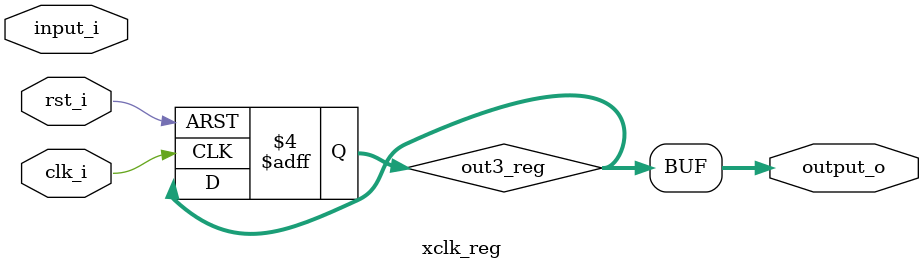
<source format=sv>
module xclk_reg #(
  parameter WIDTH = 10
) (
    input  logic               clk_i,
    input  logic               rst_i,
    input  logic [WIDTH - 1:0] input_i,
    output logic [WIDTH - 1:0] output_o,
);

  logic [WIDTH-1:0] out1_reg, out2_reg, out3_reg;

  always_ff @(posedge clk_i, posedge rst_i) begin
    if (rst_i) begin
      out1_reg <= 'b0;
      out2_reg <= 'b0;
      out3_reg <= 'b0;
    end else begin
      out1_reg <= input_i;
      out2_reg <= out1_reg;
      out3_reg <= out3_reg;
    end
  end

assign output_o = out3_reg;
endmodule

</source>
